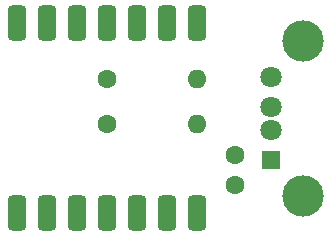
<source format=gts>
G04 #@! TF.GenerationSoftware,KiCad,Pcbnew,(6.0.11)*
G04 #@! TF.CreationDate,2025-12-09T16:45:55+09:00*
G04 #@! TF.ProjectId,xiao_pio_usb2,7869616f-5f70-4696-9f5f-757362322e6b,rev?*
G04 #@! TF.SameCoordinates,Original*
G04 #@! TF.FileFunction,Soldermask,Top*
G04 #@! TF.FilePolarity,Negative*
%FSLAX46Y46*%
G04 Gerber Fmt 4.6, Leading zero omitted, Abs format (unit mm)*
G04 Created by KiCad (PCBNEW (6.0.11)) date 2025-12-09 16:45:55*
%MOMM*%
%LPD*%
G01*
G04 APERTURE LIST*
G04 Aperture macros list*
%AMRoundRect*
0 Rectangle with rounded corners*
0 $1 Rounding radius*
0 $2 $3 $4 $5 $6 $7 $8 $9 X,Y pos of 4 corners*
0 Add a 4 corners polygon primitive as box body*
4,1,4,$2,$3,$4,$5,$6,$7,$8,$9,$2,$3,0*
0 Add four circle primitives for the rounded corners*
1,1,$1+$1,$2,$3*
1,1,$1+$1,$4,$5*
1,1,$1+$1,$6,$7*
1,1,$1+$1,$8,$9*
0 Add four rect primitives between the rounded corners*
20,1,$1+$1,$2,$3,$4,$5,0*
20,1,$1+$1,$4,$5,$6,$7,0*
20,1,$1+$1,$6,$7,$8,$9,0*
20,1,$1+$1,$8,$9,$2,$3,0*%
G04 Aperture macros list end*
%ADD10O,1.600000X1.600000*%
%ADD11C,1.600000*%
%ADD12RoundRect,0.400000X0.400000X1.100000X-0.400000X1.100000X-0.400000X-1.100000X0.400000X-1.100000X0*%
%ADD13RoundRect,0.400000X-0.400000X-1.100000X0.400000X-1.100000X0.400000X1.100000X-0.400000X1.100000X0*%
%ADD14C,3.500000*%
%ADD15C,1.800000*%
%ADD16R,1.600000X1.600000*%
G04 APERTURE END LIST*
D10*
X106450000Y-65878400D03*
D11*
X98830000Y-65878400D03*
D10*
X106450600Y-69698400D03*
D11*
X98830600Y-69698400D03*
D12*
X91220600Y-61178400D03*
X93760600Y-61178400D03*
X96300600Y-61178400D03*
X98840600Y-61178400D03*
X101380600Y-61178400D03*
X103920600Y-61178400D03*
X106460600Y-61178400D03*
D13*
X106460600Y-77218400D03*
X103920600Y-77218400D03*
X101380600Y-77218400D03*
X98840600Y-77218400D03*
X96300600Y-77218400D03*
X93760600Y-77218400D03*
X91220600Y-77218400D03*
D14*
X115374700Y-75824600D03*
X115374700Y-62684600D03*
D15*
X112664700Y-65754600D03*
X112664700Y-68254600D03*
X112664700Y-70254600D03*
D16*
X112664700Y-72754600D03*
D11*
X109690600Y-74848400D03*
X109690600Y-72348400D03*
M02*

</source>
